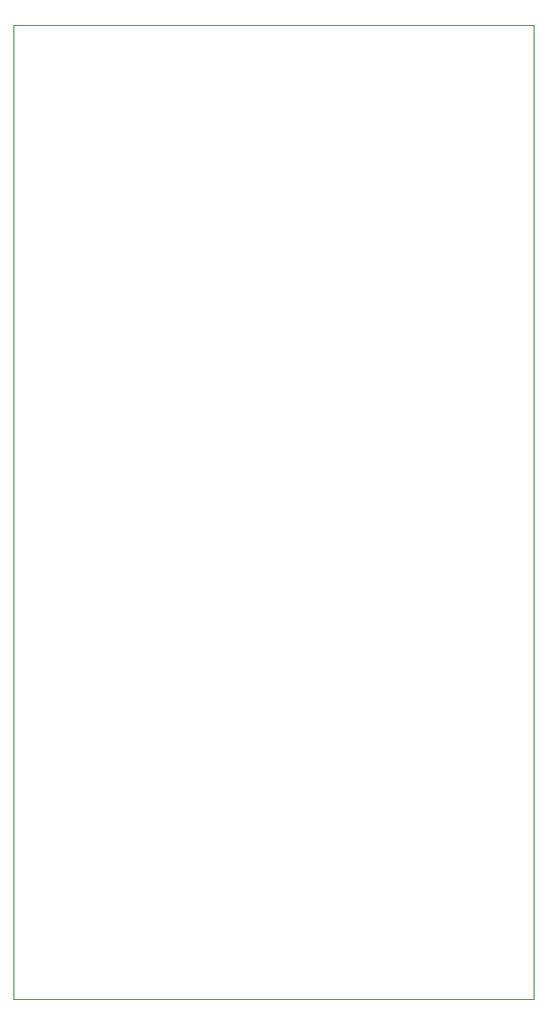
<source format=gbr>
%TF.GenerationSoftware,KiCad,Pcbnew,(5.1.9)-1*%
%TF.CreationDate,2021-08-22T21:38:48+01:00*%
%TF.ProjectId,Simple mixer jack panel,53696d70-6c65-4206-9d69-786572206a61,rev?*%
%TF.SameCoordinates,Original*%
%TF.FileFunction,Profile,NP*%
%FSLAX46Y46*%
G04 Gerber Fmt 4.6, Leading zero omitted, Abs format (unit mm)*
G04 Created by KiCad (PCBNEW (5.1.9)-1) date 2021-08-22 21:38:48*
%MOMM*%
%LPD*%
G01*
G04 APERTURE LIST*
%TA.AperFunction,Profile*%
%ADD10C,0.050000*%
%TD*%
G04 APERTURE END LIST*
D10*
X18510000Y-129921839D02*
X18510000Y-43921839D01*
X64510000Y-129921839D02*
X18510000Y-129921839D01*
X64510000Y-43921839D02*
X64510000Y-129921839D01*
X18510000Y-43921839D02*
X64510000Y-43921839D01*
M02*

</source>
